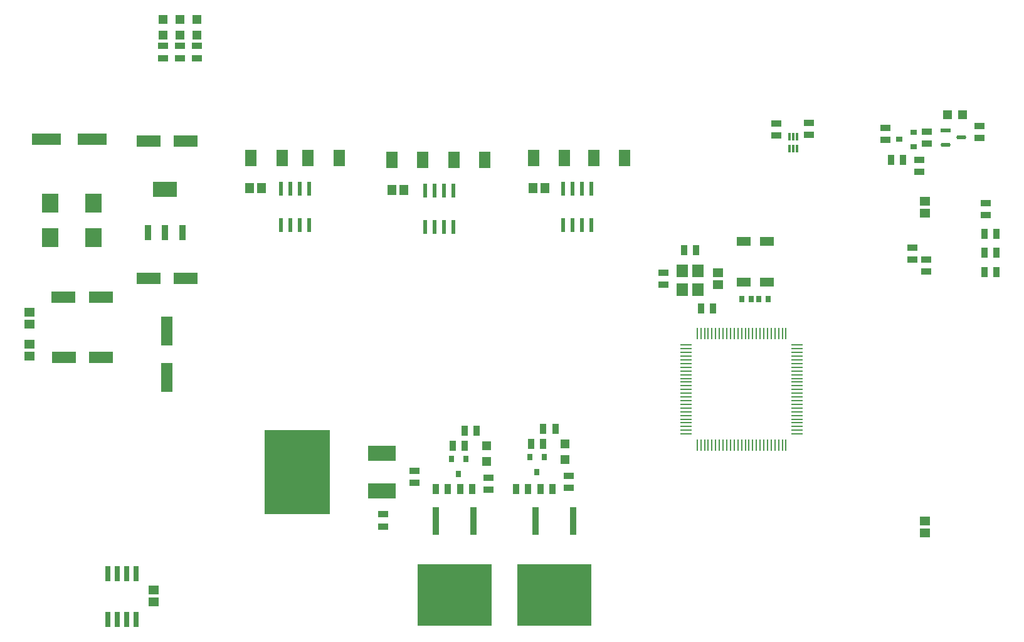
<source format=gtp>
G04*
G04 #@! TF.GenerationSoftware,Altium Limited,Altium Designer,24.6.1 (21)*
G04*
G04 Layer_Color=8421504*
%FSLAX25Y25*%
%MOIN*%
G70*
G04*
G04 #@! TF.SameCoordinates,5EFEE535-70E5-4D74-9779-55D0C0DC933D*
G04*
G04*
G04 #@! TF.FilePolarity,Positive*
G04*
G01*
G75*
%ADD18R,0.02600X0.08000*%
%ADD19R,0.02953X0.03543*%
%ADD20R,0.05733X0.05136*%
%ADD21R,0.08661X0.09843*%
%ADD22R,0.15748X0.06299*%
%ADD23R,0.39764X0.33071*%
%ADD24R,0.03740X0.15158*%
%ADD25R,0.04724X0.04724*%
%ADD26R,0.06378X0.08583*%
%ADD27R,0.01181X0.03898*%
%ADD28R,0.04724X0.04724*%
%ADD29R,0.12598X0.06299*%
%ADD30R,0.05136X0.05733*%
%ADD31R,0.05315X0.03347*%
%ADD32R,0.06299X0.15748*%
%ADD33R,0.05906X0.06693*%
%ADD34R,0.07480X0.05118*%
%ADD35R,0.03347X0.05315*%
%ADD36R,0.02087X0.07795*%
%ADD37R,0.12795X0.08465*%
%ADD38R,0.03740X0.08465*%
%ADD39O,0.00984X0.06102*%
%ADD40O,0.06102X0.00984*%
%ADD41R,0.03543X0.03150*%
%ADD42R,0.35000X0.45000*%
%ADD43R,0.15000X0.08189*%
%ADD44R,0.05260X0.02303*%
G04:AMPARAMS|DCode=45|XSize=52.6mil|YSize=23.03mil|CornerRadius=11.52mil|HoleSize=0mil|Usage=FLASHONLY|Rotation=0.000|XOffset=0mil|YOffset=0mil|HoleType=Round|Shape=RoundedRectangle|*
%AMROUNDEDRECTD45*
21,1,0.05260,0.00000,0,0,0.0*
21,1,0.02957,0.02303,0,0,0.0*
1,1,0.02303,0.01478,0.00000*
1,1,0.02303,-0.01478,0.00000*
1,1,0.02303,-0.01478,0.00000*
1,1,0.02303,0.01478,0.00000*
%
%ADD45ROUNDEDRECTD45*%
%ADD46R,0.03150X0.03543*%
D18*
X136500Y101100D02*
D03*
Y76900D02*
D03*
X131500Y101100D02*
D03*
X126500D02*
D03*
X131500Y76900D02*
D03*
X126500D02*
D03*
X121500Y101100D02*
D03*
Y76900D02*
D03*
D19*
X472362Y247000D02*
D03*
X467638D02*
D03*
X463362D02*
D03*
X458638D02*
D03*
D20*
X146000Y86228D02*
D03*
Y92572D02*
D03*
X446000Y254828D02*
D03*
Y261172D02*
D03*
X556000Y129172D02*
D03*
Y122828D02*
D03*
Y292828D02*
D03*
Y299172D02*
D03*
X80000Y216828D02*
D03*
Y223172D02*
D03*
Y240000D02*
D03*
Y233655D02*
D03*
D21*
X114000Y279748D02*
D03*
Y298252D02*
D03*
X91000Y279748D02*
D03*
Y298252D02*
D03*
D22*
X113205Y332000D02*
D03*
X88795D02*
D03*
D23*
X306000Y89827D02*
D03*
X359000Y89842D02*
D03*
D24*
X296000Y129000D02*
D03*
X316000D02*
D03*
X349000Y129016D02*
D03*
X369000D02*
D03*
D25*
X364600Y170134D02*
D03*
Y161866D02*
D03*
X323000Y169134D02*
D03*
Y160866D02*
D03*
X150800Y395634D02*
D03*
Y387366D02*
D03*
X159800Y395634D02*
D03*
Y387366D02*
D03*
X168800Y395634D02*
D03*
Y387366D02*
D03*
D26*
X305339Y321000D02*
D03*
X321953D02*
D03*
X272339D02*
D03*
X288953D02*
D03*
X379693Y322000D02*
D03*
X396307D02*
D03*
X197520D02*
D03*
X214134D02*
D03*
X227827D02*
D03*
X244441D02*
D03*
X347693D02*
D03*
X364307D02*
D03*
D27*
X487868Y333569D02*
D03*
X485900D02*
D03*
X483931D02*
D03*
Y327231D02*
D03*
X485900D02*
D03*
X487868D02*
D03*
D28*
X567732Y345000D02*
D03*
X576000D02*
D03*
D29*
X98000Y248000D02*
D03*
X117685D02*
D03*
X117842Y216000D02*
D03*
X98158D02*
D03*
X143157Y331000D02*
D03*
X162843D02*
D03*
Y258000D02*
D03*
X143157D02*
D03*
D30*
X196961Y306000D02*
D03*
X203306D02*
D03*
X347655D02*
D03*
X354000D02*
D03*
X272473Y305000D02*
D03*
X278818D02*
D03*
D31*
X267700Y132648D02*
D03*
Y126152D02*
D03*
X168800Y375252D02*
D03*
Y381748D02*
D03*
X417000Y254752D02*
D03*
Y261248D02*
D03*
X588300Y298148D02*
D03*
Y291652D02*
D03*
X549200Y268052D02*
D03*
Y274548D02*
D03*
X556600Y268248D02*
D03*
Y261752D02*
D03*
X535000Y338248D02*
D03*
Y331752D02*
D03*
X557000Y336248D02*
D03*
Y329752D02*
D03*
X585000Y332752D02*
D03*
Y339248D02*
D03*
X553000Y321248D02*
D03*
Y314752D02*
D03*
X284400Y149352D02*
D03*
Y155848D02*
D03*
X494200Y334352D02*
D03*
Y340848D02*
D03*
X477000Y333952D02*
D03*
Y340448D02*
D03*
X159800Y375252D02*
D03*
Y381748D02*
D03*
X150800Y375252D02*
D03*
Y381748D02*
D03*
X366600Y146752D02*
D03*
Y153248D02*
D03*
X324000Y145752D02*
D03*
Y152248D02*
D03*
D32*
X153000Y230000D02*
D03*
Y205591D02*
D03*
D33*
X435331Y262000D02*
D03*
Y252000D02*
D03*
X426669D02*
D03*
Y262000D02*
D03*
D34*
X459402Y256000D02*
D03*
X472000D02*
D03*
X459402Y277654D02*
D03*
X472000D02*
D03*
D35*
X427752Y273000D02*
D03*
X434248D02*
D03*
X436752Y242000D02*
D03*
X443248D02*
D03*
X593848Y281800D02*
D03*
X587352D02*
D03*
X593848Y271700D02*
D03*
X587352D02*
D03*
X593948Y261400D02*
D03*
X587452D02*
D03*
X544248Y321000D02*
D03*
X537752D02*
D03*
X352848Y170000D02*
D03*
X346352D02*
D03*
X311248Y169000D02*
D03*
X304752D02*
D03*
X352852Y178000D02*
D03*
X359348D02*
D03*
X311052Y177000D02*
D03*
X317548D02*
D03*
X357848Y146000D02*
D03*
X351352D02*
D03*
X315248D02*
D03*
X308752D02*
D03*
X338352D02*
D03*
X344848D02*
D03*
X295752D02*
D03*
X302248D02*
D03*
D36*
X290146Y304705D02*
D03*
X295146D02*
D03*
X300146D02*
D03*
X305146D02*
D03*
Y285295D02*
D03*
X300146D02*
D03*
X295146D02*
D03*
X290146D02*
D03*
X363500Y286295D02*
D03*
X368500D02*
D03*
X373500D02*
D03*
X378500D02*
D03*
Y305705D02*
D03*
X373500D02*
D03*
X368500D02*
D03*
X363500D02*
D03*
X213634Y286295D02*
D03*
X218634D02*
D03*
X223634D02*
D03*
X228634D02*
D03*
Y305705D02*
D03*
X223634D02*
D03*
X218634D02*
D03*
X213634D02*
D03*
D37*
X152000Y305417D02*
D03*
D38*
X161055Y282583D02*
D03*
X152000D02*
D03*
X142945D02*
D03*
D39*
X481996Y228626D02*
D03*
X480028D02*
D03*
X478059D02*
D03*
X476090D02*
D03*
X474122D02*
D03*
X472154D02*
D03*
X470185D02*
D03*
X468217D02*
D03*
X466248D02*
D03*
X464280D02*
D03*
X462311D02*
D03*
X460343D02*
D03*
X458374D02*
D03*
X456405D02*
D03*
X454437D02*
D03*
X452468D02*
D03*
X450500D02*
D03*
X448531D02*
D03*
X446563D02*
D03*
X444594D02*
D03*
X442626D02*
D03*
X440658D02*
D03*
X438689D02*
D03*
X436721D02*
D03*
X434752D02*
D03*
Y169374D02*
D03*
X436721D02*
D03*
X438689D02*
D03*
X440658D02*
D03*
X442626D02*
D03*
X444594D02*
D03*
X446563D02*
D03*
X448531D02*
D03*
X450500D02*
D03*
X452468D02*
D03*
X454437D02*
D03*
X456405D02*
D03*
X458374D02*
D03*
X460343D02*
D03*
X462311D02*
D03*
X464280D02*
D03*
X466248D02*
D03*
X468217D02*
D03*
X470185D02*
D03*
X472154D02*
D03*
X474122D02*
D03*
X476090D02*
D03*
X478059D02*
D03*
X480028D02*
D03*
X481996D02*
D03*
D40*
X428748Y222622D02*
D03*
Y220654D02*
D03*
Y218685D02*
D03*
Y216717D02*
D03*
Y214748D02*
D03*
Y212779D02*
D03*
Y210811D02*
D03*
Y208842D02*
D03*
Y206874D02*
D03*
Y204906D02*
D03*
Y202937D02*
D03*
Y200969D02*
D03*
Y199000D02*
D03*
Y197031D02*
D03*
Y195063D02*
D03*
Y193095D02*
D03*
Y191126D02*
D03*
Y189157D02*
D03*
Y187189D02*
D03*
Y185221D02*
D03*
Y183252D02*
D03*
Y181283D02*
D03*
Y179315D02*
D03*
Y177347D02*
D03*
Y175378D02*
D03*
X488000D02*
D03*
Y177347D02*
D03*
Y179315D02*
D03*
Y181283D02*
D03*
Y183252D02*
D03*
Y185221D02*
D03*
Y187189D02*
D03*
Y189157D02*
D03*
Y191126D02*
D03*
Y193095D02*
D03*
Y195063D02*
D03*
Y197031D02*
D03*
Y199000D02*
D03*
Y200969D02*
D03*
Y202937D02*
D03*
Y204906D02*
D03*
Y206874D02*
D03*
Y208842D02*
D03*
Y210811D02*
D03*
Y212779D02*
D03*
Y214748D02*
D03*
Y216717D02*
D03*
Y218685D02*
D03*
Y220654D02*
D03*
Y222622D02*
D03*
D41*
X542063Y332000D02*
D03*
X549937Y335740D02*
D03*
Y328260D02*
D03*
D42*
X222140Y155000D02*
D03*
D43*
X267140Y145000D02*
D03*
Y165000D02*
D03*
D44*
X566905Y336740D02*
D03*
D45*
Y329260D02*
D03*
X575095Y333000D02*
D03*
D46*
X308000Y154063D02*
D03*
X304260Y161937D02*
D03*
X311740D02*
D03*
X349600Y155063D02*
D03*
X345860Y162937D02*
D03*
X353340D02*
D03*
M02*

</source>
